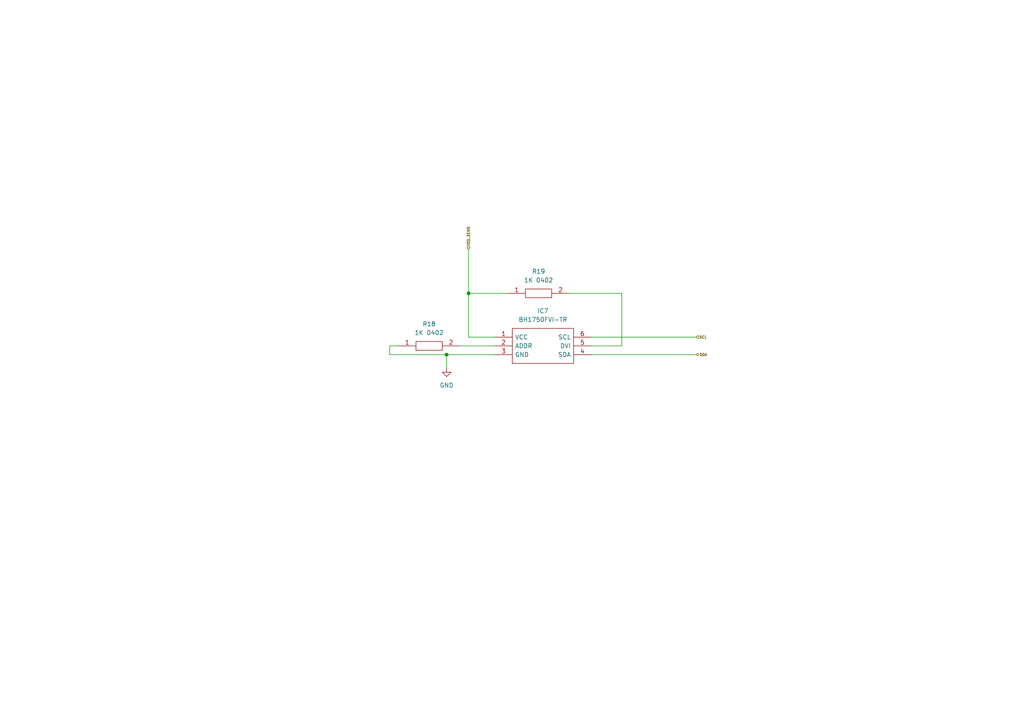
<source format=kicad_sch>
(kicad_sch (version 20211123) (generator eeschema)
  (paper "A4")
  (lib_symbols
    (symbol "my_res:1K 0402" (pin_names (offset 0.762))
      (property "Reference" "R" (at 13.97 6.35 0))
      (property "Value" "1K 0402" (at 13.97 3.81 0))
      (symbol "1K 0402_0_0"
        (pin passive line (at 0 0 0) (length 5.08) (name "~") (number "1"))
        (pin passive line (at 17.78 0 180) (length 5.08) (name "~") (number "2"))
      )
      (symbol "1K 0402_0_1"
        (polyline (pts (xy 5.08 1.27) (xy 12.7 1.27) (xy 12.7 -1.27) (xy 5.08 -1.27) (xy 5.08 1.27)) (stroke (width 0.1524)))
      )
    )
    (symbol "my_sens:BH1750FVI-TR" (pin_names (offset 0.762))
      (property "Reference" "IC" (at 24.13 7.62 0))
      (property "Value" "BH1750FVI-TR" (at 24.13 5.08 0))
      (symbol "BH1750FVI-TR_0_0"
        (pin passive line (at 0 0 0) (length 5.08) (name "VCC") (number "1"))
        (pin passive line (at 0 -2.54 0) (length 5.08) (name "ADDR") (number "2"))
        (pin passive line (at 0 -5.08 0) (length 5.08) (name "GND") (number "3"))
        (pin passive line (at 27.94 -5.08 180) (length 5.08) (name "SDA") (number "4"))
        (pin passive line (at 27.94 -2.54 180) (length 5.08) (name "DVI") (number "5"))
        (pin passive line (at 27.94 0 180) (length 5.08) (name "SCL") (number "6"))
      )
      (symbol "BH1750FVI-TR_0_1"
        (polyline (pts (xy 5.08 2.54) (xy 22.86 2.54) (xy 22.86 -7.62) (xy 5.08 -7.62) (xy 5.08 2.54)) (stroke (width 0.1524)))
      )
    )
    (symbol "power:GND" (power) (pin_names (offset 0))
      (property "Value" "GND" (at 0 -3.81 0))
      (symbol "GND_0_1"
        (polyline (pts (xy 0 0) (xy 0 -1.27) (xy 1.27 -1.27) (xy 0 -2.54) (xy -1.27 -1.27) (xy 0 -1.27)))
      )
      (symbol "GND_1_1"
        (pin power_in line (at 0 0 270) (length 0) hide (name "GND") (number "1"))
      )
    )
  )
  (junction (at 129.54 102.87))
  (junction (at 135.89 85.09))
  (wire (pts (xy 135.89 72.39) (xy 135.89 85.09)))
  (wire (pts (xy 171.45 102.87) (xy 201.93 102.87)))
  (wire (pts (xy 135.89 85.09) (xy 147.32 85.09)))
  (wire (pts (xy 135.89 97.79) (xy 135.89 85.09)))
  (wire (pts (xy 113.03 102.87) (xy 129.54 102.87)))
  (wire (pts (xy 180.34 100.33) (xy 180.34 85.09)))
  (wire (pts (xy 129.54 102.87) (xy 143.51 102.87)))
  (wire (pts (xy 115.57 100.33) (xy 113.03 100.33)))
  (wire (pts (xy 143.51 97.79) (xy 135.89 97.79)))
  (wire (pts (xy 171.45 97.79) (xy 201.93 97.79)))
  (wire (pts (xy 129.54 102.87) (xy 129.54 106.68)))
  (wire (pts (xy 133.35 100.33) (xy 143.51 100.33)))
  (wire (pts (xy 113.03 100.33) (xy 113.03 102.87)))
  (wire (pts (xy 180.34 85.09) (xy 165.1 85.09)))
  (wire (pts (xy 171.45 100.33) (xy 180.34 100.33)))
  (hierarchical_label "VDD_SENS" (shape input) (at 135.89 72.39 90) (effects (font (size 0.762 0.762))))
  (hierarchical_label "SCL" (shape input) (at 201.93 97.79 0) (effects (font (size 0.762 0.762))))
  (hierarchical_label "SDA" (shape bidirectional) (at 201.93 102.87 0) (effects (font (size 0.762 0.762))))
  (symbol (lib_id "my_res:1K 0402") (at 115.57 100.33 0) (unit 1)
    (property "Reference" "R18" (at 124.46 93.98 0))
    (property "Value" "1K 0402" (at 124.46 96.52 0))
    (property "Footprint" "R_0402_1005Metric" (effects hide))
    (property "Datasheet" "https://datasheet.datasheetarchive.com/originals/distributors/Datasheets_SAMA/a1f8f48f216d234b3e6a96d43a77a0c1.pdf" (effects hide))
    (property "Description" "Thin Film Resistors - SMD 1K ohm 1% 1/16W" (effects hide))
    (property "Height" "0.35" (effects hide))
    (property "Manufacturer_Name" "KEMET" (effects hide))
    (property "Manufacturer_Part_Number" "RT0402FRE071KL" (effects hide))
    (property "Mouser Part Number" "603-RT0402FRE071KL" (effects hide))
    (property "Mouser Price/Stock" "https://www.mouser.co.uk/ProductDetail/YAGEO/RT0402FRE071KL?qs=BXCcY9r%252B08AJmLKodK5LLA%3D%3D" (effects hide))
    (property "Arrow Part Number" "RT0402FRE071KL" (effects hide))
    (property "Arrow Price/Stock" "https://www.arrow.com/en/products/rt0402fre071kl/yageo?region=nac" (effects hide))
  )
  (symbol (lib_id "my_sens:BH1750FVI-TR") (at 143.51 97.79 0) (unit 1)
    (property "Reference" "IC7" (at 157.48 90.17 0))
    (property "Value" "BH1750FVI-TR" (at 157.48 92.71 0))
    (property "Footprint" "WSOF6" (effects hide))
    (property "Datasheet" "https://componentsearchengine.com/Datasheets/2/BH1750FVI-TR.pdf" (effects hide))
    (property "Description" "Ambient Light Sensor,16bit,I2C,WSOF6I ROHM BH1750FVI-TR Ambient Light Sensor Unit Surface Mount" (effects hide))
    (property "Manufacturer_Name" "ROHM Semiconductor" (effects hide))
    (property "Manufacturer_Part_Number" "BH1750FVI-TR" (effects hide))
    (property "Mouser Part Number" "755-BH1750FVI-TR" (effects hide))
    (property "Mouser Price/Stock" "https://www.mouser.co.uk/ProductDetail/ROHM-Semiconductor/BH1750FVI-TR?qs=phc6PQ%252BTPUNy88lRCs6mVA%3D%3D" (effects hide))
    (property "Arrow Part Number" "BH1750FVI-TR" (effects hide))
    (property "Arrow Price/Stock" "https://www.arrow.com/en/products/bh1750fvi-tr/rohm-semiconductor" (effects hide))
  )
  (symbol (lib_id "my_res:1K 0402") (at 147.32 85.09 0) (unit 1)
    (property "Reference" "R19" (at 156.21 78.74 0))
    (property "Value" "1K 0402" (at 156.21 81.28 0))
    (property "Footprint" "R_0402_1005Metric" (effects hide))
    (property "Datasheet" "https://datasheet.datasheetarchive.com/originals/distributors/Datasheets_SAMA/a1f8f48f216d234b3e6a96d43a77a0c1.pdf" (effects hide))
    (property "Description" "Thin Film Resistors - SMD 1K ohm 1% 1/16W" (effects hide))
    (property "Height" "0.35" (effects hide))
    (property "Manufacturer_Name" "KEMET" (effects hide))
    (property "Manufacturer_Part_Number" "RT0402FRE071KL" (effects hide))
    (property "Mouser Part Number" "603-RT0402FRE071KL" (effects hide))
    (property "Mouser Price/Stock" "https://www.mouser.co.uk/ProductDetail/YAGEO/RT0402FRE071KL?qs=BXCcY9r%252B08AJmLKodK5LLA%3D%3D" (effects hide))
    (property "Arrow Part Number" "RT0402FRE071KL" (effects hide))
    (property "Arrow Price/Stock" "https://www.arrow.com/en/products/rt0402fre071kl/yageo?region=nac" (effects hide))
  )
  (symbol (lib_id "power:GND") (at 129.54 106.68 0) (unit 1)
    (property "Reference" "#PWR024" (effects hide))
    (property "Value" "GND" (at 129.54 111.76 0))
  )
)
</source>
